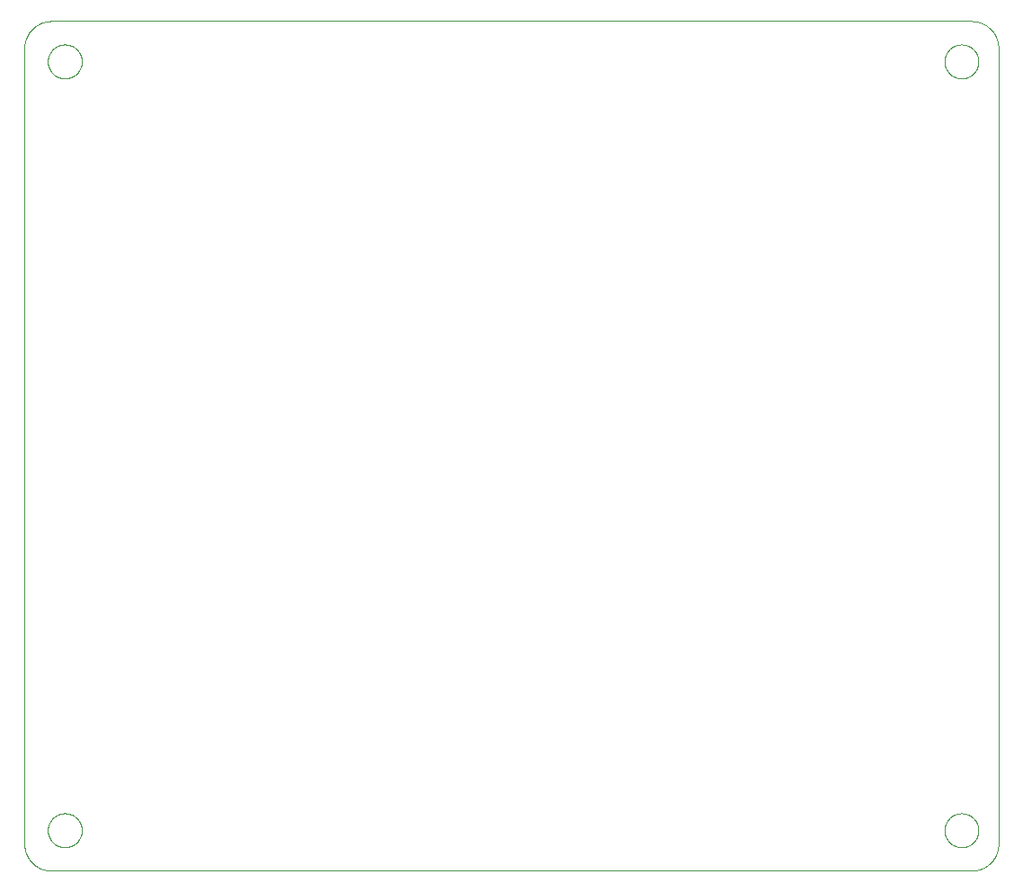
<source format=gbp>
G75*
%MOIN*%
%OFA0B0*%
%FSLAX25Y25*%
%IPPOS*%
%LPD*%
%AMOC8*
5,1,8,0,0,1.08239X$1,22.5*
%
%ADD10C,0.00000*%
D10*
X0086433Y0068933D02*
X0086433Y0363894D01*
X0086436Y0364136D01*
X0086445Y0364377D01*
X0086459Y0364618D01*
X0086480Y0364859D01*
X0086506Y0365099D01*
X0086538Y0365339D01*
X0086576Y0365578D01*
X0086619Y0365815D01*
X0086669Y0366052D01*
X0086724Y0366287D01*
X0086784Y0366521D01*
X0086851Y0366753D01*
X0086922Y0366984D01*
X0087000Y0367213D01*
X0087083Y0367440D01*
X0087171Y0367665D01*
X0087265Y0367888D01*
X0087364Y0368108D01*
X0087469Y0368326D01*
X0087578Y0368541D01*
X0087693Y0368754D01*
X0087813Y0368964D01*
X0087938Y0369170D01*
X0088068Y0369374D01*
X0088203Y0369575D01*
X0088343Y0369772D01*
X0088487Y0369966D01*
X0088636Y0370156D01*
X0088790Y0370342D01*
X0088948Y0370525D01*
X0089110Y0370704D01*
X0089277Y0370879D01*
X0089448Y0371050D01*
X0089623Y0371217D01*
X0089802Y0371379D01*
X0089985Y0371537D01*
X0090171Y0371691D01*
X0090361Y0371840D01*
X0090555Y0371984D01*
X0090752Y0372124D01*
X0090953Y0372259D01*
X0091157Y0372389D01*
X0091363Y0372514D01*
X0091573Y0372634D01*
X0091786Y0372749D01*
X0092001Y0372858D01*
X0092219Y0372963D01*
X0092439Y0373062D01*
X0092662Y0373156D01*
X0092887Y0373244D01*
X0093114Y0373327D01*
X0093343Y0373405D01*
X0093574Y0373476D01*
X0093806Y0373543D01*
X0094040Y0373603D01*
X0094275Y0373658D01*
X0094512Y0373708D01*
X0094749Y0373751D01*
X0094988Y0373789D01*
X0095228Y0373821D01*
X0095468Y0373847D01*
X0095709Y0373868D01*
X0095950Y0373882D01*
X0096191Y0373891D01*
X0096433Y0373894D01*
X0437634Y0373894D01*
X0437876Y0373891D01*
X0438117Y0373882D01*
X0438358Y0373868D01*
X0438599Y0373847D01*
X0438839Y0373821D01*
X0439079Y0373789D01*
X0439318Y0373751D01*
X0439555Y0373708D01*
X0439792Y0373658D01*
X0440027Y0373603D01*
X0440261Y0373543D01*
X0440493Y0373476D01*
X0440724Y0373405D01*
X0440953Y0373327D01*
X0441180Y0373244D01*
X0441405Y0373156D01*
X0441628Y0373062D01*
X0441848Y0372963D01*
X0442066Y0372858D01*
X0442281Y0372749D01*
X0442494Y0372634D01*
X0442704Y0372514D01*
X0442910Y0372389D01*
X0443114Y0372259D01*
X0443315Y0372124D01*
X0443512Y0371984D01*
X0443706Y0371840D01*
X0443896Y0371691D01*
X0444082Y0371537D01*
X0444265Y0371379D01*
X0444444Y0371217D01*
X0444619Y0371050D01*
X0444790Y0370879D01*
X0444957Y0370704D01*
X0445119Y0370525D01*
X0445277Y0370342D01*
X0445431Y0370156D01*
X0445580Y0369966D01*
X0445724Y0369772D01*
X0445864Y0369575D01*
X0445999Y0369374D01*
X0446129Y0369170D01*
X0446254Y0368964D01*
X0446374Y0368754D01*
X0446489Y0368541D01*
X0446598Y0368326D01*
X0446703Y0368108D01*
X0446802Y0367888D01*
X0446896Y0367665D01*
X0446984Y0367440D01*
X0447067Y0367213D01*
X0447145Y0366984D01*
X0447216Y0366753D01*
X0447283Y0366521D01*
X0447343Y0366287D01*
X0447398Y0366052D01*
X0447448Y0365815D01*
X0447491Y0365578D01*
X0447529Y0365339D01*
X0447561Y0365099D01*
X0447587Y0364859D01*
X0447608Y0364618D01*
X0447622Y0364377D01*
X0447631Y0364136D01*
X0447634Y0363894D01*
X0447634Y0068933D01*
X0447631Y0068691D01*
X0447622Y0068450D01*
X0447608Y0068209D01*
X0447587Y0067968D01*
X0447561Y0067728D01*
X0447529Y0067488D01*
X0447491Y0067249D01*
X0447448Y0067012D01*
X0447398Y0066775D01*
X0447343Y0066540D01*
X0447283Y0066306D01*
X0447216Y0066074D01*
X0447145Y0065843D01*
X0447067Y0065614D01*
X0446984Y0065387D01*
X0446896Y0065162D01*
X0446802Y0064939D01*
X0446703Y0064719D01*
X0446598Y0064501D01*
X0446489Y0064286D01*
X0446374Y0064073D01*
X0446254Y0063863D01*
X0446129Y0063657D01*
X0445999Y0063453D01*
X0445864Y0063252D01*
X0445724Y0063055D01*
X0445580Y0062861D01*
X0445431Y0062671D01*
X0445277Y0062485D01*
X0445119Y0062302D01*
X0444957Y0062123D01*
X0444790Y0061948D01*
X0444619Y0061777D01*
X0444444Y0061610D01*
X0444265Y0061448D01*
X0444082Y0061290D01*
X0443896Y0061136D01*
X0443706Y0060987D01*
X0443512Y0060843D01*
X0443315Y0060703D01*
X0443114Y0060568D01*
X0442910Y0060438D01*
X0442704Y0060313D01*
X0442494Y0060193D01*
X0442281Y0060078D01*
X0442066Y0059969D01*
X0441848Y0059864D01*
X0441628Y0059765D01*
X0441405Y0059671D01*
X0441180Y0059583D01*
X0440953Y0059500D01*
X0440724Y0059422D01*
X0440493Y0059351D01*
X0440261Y0059284D01*
X0440027Y0059224D01*
X0439792Y0059169D01*
X0439555Y0059119D01*
X0439318Y0059076D01*
X0439079Y0059038D01*
X0438839Y0059006D01*
X0438599Y0058980D01*
X0438358Y0058959D01*
X0438117Y0058945D01*
X0437876Y0058936D01*
X0437634Y0058933D01*
X0096433Y0058933D01*
X0096191Y0058936D01*
X0095950Y0058945D01*
X0095709Y0058959D01*
X0095468Y0058980D01*
X0095228Y0059006D01*
X0094988Y0059038D01*
X0094749Y0059076D01*
X0094512Y0059119D01*
X0094275Y0059169D01*
X0094040Y0059224D01*
X0093806Y0059284D01*
X0093574Y0059351D01*
X0093343Y0059422D01*
X0093114Y0059500D01*
X0092887Y0059583D01*
X0092662Y0059671D01*
X0092439Y0059765D01*
X0092219Y0059864D01*
X0092001Y0059969D01*
X0091786Y0060078D01*
X0091573Y0060193D01*
X0091363Y0060313D01*
X0091157Y0060438D01*
X0090953Y0060568D01*
X0090752Y0060703D01*
X0090555Y0060843D01*
X0090361Y0060987D01*
X0090171Y0061136D01*
X0089985Y0061290D01*
X0089802Y0061448D01*
X0089623Y0061610D01*
X0089448Y0061777D01*
X0089277Y0061948D01*
X0089110Y0062123D01*
X0088948Y0062302D01*
X0088790Y0062485D01*
X0088636Y0062671D01*
X0088487Y0062861D01*
X0088343Y0063055D01*
X0088203Y0063252D01*
X0088068Y0063453D01*
X0087938Y0063657D01*
X0087813Y0063863D01*
X0087693Y0064073D01*
X0087578Y0064286D01*
X0087469Y0064501D01*
X0087364Y0064719D01*
X0087265Y0064939D01*
X0087171Y0065162D01*
X0087083Y0065387D01*
X0087000Y0065614D01*
X0086922Y0065843D01*
X0086851Y0066074D01*
X0086784Y0066306D01*
X0086724Y0066540D01*
X0086669Y0066775D01*
X0086619Y0067012D01*
X0086576Y0067249D01*
X0086538Y0067488D01*
X0086506Y0067728D01*
X0086480Y0067968D01*
X0086459Y0068209D01*
X0086445Y0068450D01*
X0086436Y0068691D01*
X0086433Y0068933D01*
X0095134Y0073933D02*
X0095136Y0074091D01*
X0095142Y0074249D01*
X0095152Y0074407D01*
X0095166Y0074565D01*
X0095184Y0074722D01*
X0095205Y0074879D01*
X0095231Y0075035D01*
X0095261Y0075191D01*
X0095294Y0075346D01*
X0095332Y0075499D01*
X0095373Y0075652D01*
X0095418Y0075804D01*
X0095467Y0075955D01*
X0095520Y0076104D01*
X0095576Y0076252D01*
X0095636Y0076398D01*
X0095700Y0076543D01*
X0095768Y0076686D01*
X0095839Y0076828D01*
X0095913Y0076968D01*
X0095991Y0077105D01*
X0096073Y0077241D01*
X0096157Y0077375D01*
X0096246Y0077506D01*
X0096337Y0077635D01*
X0096432Y0077762D01*
X0096529Y0077887D01*
X0096630Y0078009D01*
X0096734Y0078128D01*
X0096841Y0078245D01*
X0096951Y0078359D01*
X0097064Y0078470D01*
X0097179Y0078579D01*
X0097297Y0078684D01*
X0097418Y0078786D01*
X0097541Y0078886D01*
X0097667Y0078982D01*
X0097795Y0079075D01*
X0097925Y0079165D01*
X0098058Y0079251D01*
X0098193Y0079335D01*
X0098329Y0079414D01*
X0098468Y0079491D01*
X0098609Y0079563D01*
X0098751Y0079633D01*
X0098895Y0079698D01*
X0099041Y0079760D01*
X0099188Y0079818D01*
X0099337Y0079873D01*
X0099487Y0079924D01*
X0099638Y0079971D01*
X0099790Y0080014D01*
X0099943Y0080053D01*
X0100098Y0080089D01*
X0100253Y0080120D01*
X0100409Y0080148D01*
X0100565Y0080172D01*
X0100722Y0080192D01*
X0100880Y0080208D01*
X0101037Y0080220D01*
X0101196Y0080228D01*
X0101354Y0080232D01*
X0101512Y0080232D01*
X0101670Y0080228D01*
X0101829Y0080220D01*
X0101986Y0080208D01*
X0102144Y0080192D01*
X0102301Y0080172D01*
X0102457Y0080148D01*
X0102613Y0080120D01*
X0102768Y0080089D01*
X0102923Y0080053D01*
X0103076Y0080014D01*
X0103228Y0079971D01*
X0103379Y0079924D01*
X0103529Y0079873D01*
X0103678Y0079818D01*
X0103825Y0079760D01*
X0103971Y0079698D01*
X0104115Y0079633D01*
X0104257Y0079563D01*
X0104398Y0079491D01*
X0104537Y0079414D01*
X0104673Y0079335D01*
X0104808Y0079251D01*
X0104941Y0079165D01*
X0105071Y0079075D01*
X0105199Y0078982D01*
X0105325Y0078886D01*
X0105448Y0078786D01*
X0105569Y0078684D01*
X0105687Y0078579D01*
X0105802Y0078470D01*
X0105915Y0078359D01*
X0106025Y0078245D01*
X0106132Y0078128D01*
X0106236Y0078009D01*
X0106337Y0077887D01*
X0106434Y0077762D01*
X0106529Y0077635D01*
X0106620Y0077506D01*
X0106709Y0077375D01*
X0106793Y0077241D01*
X0106875Y0077105D01*
X0106953Y0076968D01*
X0107027Y0076828D01*
X0107098Y0076686D01*
X0107166Y0076543D01*
X0107230Y0076398D01*
X0107290Y0076252D01*
X0107346Y0076104D01*
X0107399Y0075955D01*
X0107448Y0075804D01*
X0107493Y0075652D01*
X0107534Y0075499D01*
X0107572Y0075346D01*
X0107605Y0075191D01*
X0107635Y0075035D01*
X0107661Y0074879D01*
X0107682Y0074722D01*
X0107700Y0074565D01*
X0107714Y0074407D01*
X0107724Y0074249D01*
X0107730Y0074091D01*
X0107732Y0073933D01*
X0107730Y0073775D01*
X0107724Y0073617D01*
X0107714Y0073459D01*
X0107700Y0073301D01*
X0107682Y0073144D01*
X0107661Y0072987D01*
X0107635Y0072831D01*
X0107605Y0072675D01*
X0107572Y0072520D01*
X0107534Y0072367D01*
X0107493Y0072214D01*
X0107448Y0072062D01*
X0107399Y0071911D01*
X0107346Y0071762D01*
X0107290Y0071614D01*
X0107230Y0071468D01*
X0107166Y0071323D01*
X0107098Y0071180D01*
X0107027Y0071038D01*
X0106953Y0070898D01*
X0106875Y0070761D01*
X0106793Y0070625D01*
X0106709Y0070491D01*
X0106620Y0070360D01*
X0106529Y0070231D01*
X0106434Y0070104D01*
X0106337Y0069979D01*
X0106236Y0069857D01*
X0106132Y0069738D01*
X0106025Y0069621D01*
X0105915Y0069507D01*
X0105802Y0069396D01*
X0105687Y0069287D01*
X0105569Y0069182D01*
X0105448Y0069080D01*
X0105325Y0068980D01*
X0105199Y0068884D01*
X0105071Y0068791D01*
X0104941Y0068701D01*
X0104808Y0068615D01*
X0104673Y0068531D01*
X0104537Y0068452D01*
X0104398Y0068375D01*
X0104257Y0068303D01*
X0104115Y0068233D01*
X0103971Y0068168D01*
X0103825Y0068106D01*
X0103678Y0068048D01*
X0103529Y0067993D01*
X0103379Y0067942D01*
X0103228Y0067895D01*
X0103076Y0067852D01*
X0102923Y0067813D01*
X0102768Y0067777D01*
X0102613Y0067746D01*
X0102457Y0067718D01*
X0102301Y0067694D01*
X0102144Y0067674D01*
X0101986Y0067658D01*
X0101829Y0067646D01*
X0101670Y0067638D01*
X0101512Y0067634D01*
X0101354Y0067634D01*
X0101196Y0067638D01*
X0101037Y0067646D01*
X0100880Y0067658D01*
X0100722Y0067674D01*
X0100565Y0067694D01*
X0100409Y0067718D01*
X0100253Y0067746D01*
X0100098Y0067777D01*
X0099943Y0067813D01*
X0099790Y0067852D01*
X0099638Y0067895D01*
X0099487Y0067942D01*
X0099337Y0067993D01*
X0099188Y0068048D01*
X0099041Y0068106D01*
X0098895Y0068168D01*
X0098751Y0068233D01*
X0098609Y0068303D01*
X0098468Y0068375D01*
X0098329Y0068452D01*
X0098193Y0068531D01*
X0098058Y0068615D01*
X0097925Y0068701D01*
X0097795Y0068791D01*
X0097667Y0068884D01*
X0097541Y0068980D01*
X0097418Y0069080D01*
X0097297Y0069182D01*
X0097179Y0069287D01*
X0097064Y0069396D01*
X0096951Y0069507D01*
X0096841Y0069621D01*
X0096734Y0069738D01*
X0096630Y0069857D01*
X0096529Y0069979D01*
X0096432Y0070104D01*
X0096337Y0070231D01*
X0096246Y0070360D01*
X0096157Y0070491D01*
X0096073Y0070625D01*
X0095991Y0070761D01*
X0095913Y0070898D01*
X0095839Y0071038D01*
X0095768Y0071180D01*
X0095700Y0071323D01*
X0095636Y0071468D01*
X0095576Y0071614D01*
X0095520Y0071762D01*
X0095467Y0071911D01*
X0095418Y0072062D01*
X0095373Y0072214D01*
X0095332Y0072367D01*
X0095294Y0072520D01*
X0095261Y0072675D01*
X0095231Y0072831D01*
X0095205Y0072987D01*
X0095184Y0073144D01*
X0095166Y0073301D01*
X0095152Y0073459D01*
X0095142Y0073617D01*
X0095136Y0073775D01*
X0095134Y0073933D01*
X0427634Y0073933D02*
X0427636Y0074091D01*
X0427642Y0074249D01*
X0427652Y0074407D01*
X0427666Y0074565D01*
X0427684Y0074722D01*
X0427705Y0074879D01*
X0427731Y0075035D01*
X0427761Y0075191D01*
X0427794Y0075346D01*
X0427832Y0075499D01*
X0427873Y0075652D01*
X0427918Y0075804D01*
X0427967Y0075955D01*
X0428020Y0076104D01*
X0428076Y0076252D01*
X0428136Y0076398D01*
X0428200Y0076543D01*
X0428268Y0076686D01*
X0428339Y0076828D01*
X0428413Y0076968D01*
X0428491Y0077105D01*
X0428573Y0077241D01*
X0428657Y0077375D01*
X0428746Y0077506D01*
X0428837Y0077635D01*
X0428932Y0077762D01*
X0429029Y0077887D01*
X0429130Y0078009D01*
X0429234Y0078128D01*
X0429341Y0078245D01*
X0429451Y0078359D01*
X0429564Y0078470D01*
X0429679Y0078579D01*
X0429797Y0078684D01*
X0429918Y0078786D01*
X0430041Y0078886D01*
X0430167Y0078982D01*
X0430295Y0079075D01*
X0430425Y0079165D01*
X0430558Y0079251D01*
X0430693Y0079335D01*
X0430829Y0079414D01*
X0430968Y0079491D01*
X0431109Y0079563D01*
X0431251Y0079633D01*
X0431395Y0079698D01*
X0431541Y0079760D01*
X0431688Y0079818D01*
X0431837Y0079873D01*
X0431987Y0079924D01*
X0432138Y0079971D01*
X0432290Y0080014D01*
X0432443Y0080053D01*
X0432598Y0080089D01*
X0432753Y0080120D01*
X0432909Y0080148D01*
X0433065Y0080172D01*
X0433222Y0080192D01*
X0433380Y0080208D01*
X0433537Y0080220D01*
X0433696Y0080228D01*
X0433854Y0080232D01*
X0434012Y0080232D01*
X0434170Y0080228D01*
X0434329Y0080220D01*
X0434486Y0080208D01*
X0434644Y0080192D01*
X0434801Y0080172D01*
X0434957Y0080148D01*
X0435113Y0080120D01*
X0435268Y0080089D01*
X0435423Y0080053D01*
X0435576Y0080014D01*
X0435728Y0079971D01*
X0435879Y0079924D01*
X0436029Y0079873D01*
X0436178Y0079818D01*
X0436325Y0079760D01*
X0436471Y0079698D01*
X0436615Y0079633D01*
X0436757Y0079563D01*
X0436898Y0079491D01*
X0437037Y0079414D01*
X0437173Y0079335D01*
X0437308Y0079251D01*
X0437441Y0079165D01*
X0437571Y0079075D01*
X0437699Y0078982D01*
X0437825Y0078886D01*
X0437948Y0078786D01*
X0438069Y0078684D01*
X0438187Y0078579D01*
X0438302Y0078470D01*
X0438415Y0078359D01*
X0438525Y0078245D01*
X0438632Y0078128D01*
X0438736Y0078009D01*
X0438837Y0077887D01*
X0438934Y0077762D01*
X0439029Y0077635D01*
X0439120Y0077506D01*
X0439209Y0077375D01*
X0439293Y0077241D01*
X0439375Y0077105D01*
X0439453Y0076968D01*
X0439527Y0076828D01*
X0439598Y0076686D01*
X0439666Y0076543D01*
X0439730Y0076398D01*
X0439790Y0076252D01*
X0439846Y0076104D01*
X0439899Y0075955D01*
X0439948Y0075804D01*
X0439993Y0075652D01*
X0440034Y0075499D01*
X0440072Y0075346D01*
X0440105Y0075191D01*
X0440135Y0075035D01*
X0440161Y0074879D01*
X0440182Y0074722D01*
X0440200Y0074565D01*
X0440214Y0074407D01*
X0440224Y0074249D01*
X0440230Y0074091D01*
X0440232Y0073933D01*
X0440230Y0073775D01*
X0440224Y0073617D01*
X0440214Y0073459D01*
X0440200Y0073301D01*
X0440182Y0073144D01*
X0440161Y0072987D01*
X0440135Y0072831D01*
X0440105Y0072675D01*
X0440072Y0072520D01*
X0440034Y0072367D01*
X0439993Y0072214D01*
X0439948Y0072062D01*
X0439899Y0071911D01*
X0439846Y0071762D01*
X0439790Y0071614D01*
X0439730Y0071468D01*
X0439666Y0071323D01*
X0439598Y0071180D01*
X0439527Y0071038D01*
X0439453Y0070898D01*
X0439375Y0070761D01*
X0439293Y0070625D01*
X0439209Y0070491D01*
X0439120Y0070360D01*
X0439029Y0070231D01*
X0438934Y0070104D01*
X0438837Y0069979D01*
X0438736Y0069857D01*
X0438632Y0069738D01*
X0438525Y0069621D01*
X0438415Y0069507D01*
X0438302Y0069396D01*
X0438187Y0069287D01*
X0438069Y0069182D01*
X0437948Y0069080D01*
X0437825Y0068980D01*
X0437699Y0068884D01*
X0437571Y0068791D01*
X0437441Y0068701D01*
X0437308Y0068615D01*
X0437173Y0068531D01*
X0437037Y0068452D01*
X0436898Y0068375D01*
X0436757Y0068303D01*
X0436615Y0068233D01*
X0436471Y0068168D01*
X0436325Y0068106D01*
X0436178Y0068048D01*
X0436029Y0067993D01*
X0435879Y0067942D01*
X0435728Y0067895D01*
X0435576Y0067852D01*
X0435423Y0067813D01*
X0435268Y0067777D01*
X0435113Y0067746D01*
X0434957Y0067718D01*
X0434801Y0067694D01*
X0434644Y0067674D01*
X0434486Y0067658D01*
X0434329Y0067646D01*
X0434170Y0067638D01*
X0434012Y0067634D01*
X0433854Y0067634D01*
X0433696Y0067638D01*
X0433537Y0067646D01*
X0433380Y0067658D01*
X0433222Y0067674D01*
X0433065Y0067694D01*
X0432909Y0067718D01*
X0432753Y0067746D01*
X0432598Y0067777D01*
X0432443Y0067813D01*
X0432290Y0067852D01*
X0432138Y0067895D01*
X0431987Y0067942D01*
X0431837Y0067993D01*
X0431688Y0068048D01*
X0431541Y0068106D01*
X0431395Y0068168D01*
X0431251Y0068233D01*
X0431109Y0068303D01*
X0430968Y0068375D01*
X0430829Y0068452D01*
X0430693Y0068531D01*
X0430558Y0068615D01*
X0430425Y0068701D01*
X0430295Y0068791D01*
X0430167Y0068884D01*
X0430041Y0068980D01*
X0429918Y0069080D01*
X0429797Y0069182D01*
X0429679Y0069287D01*
X0429564Y0069396D01*
X0429451Y0069507D01*
X0429341Y0069621D01*
X0429234Y0069738D01*
X0429130Y0069857D01*
X0429029Y0069979D01*
X0428932Y0070104D01*
X0428837Y0070231D01*
X0428746Y0070360D01*
X0428657Y0070491D01*
X0428573Y0070625D01*
X0428491Y0070761D01*
X0428413Y0070898D01*
X0428339Y0071038D01*
X0428268Y0071180D01*
X0428200Y0071323D01*
X0428136Y0071468D01*
X0428076Y0071614D01*
X0428020Y0071762D01*
X0427967Y0071911D01*
X0427918Y0072062D01*
X0427873Y0072214D01*
X0427832Y0072367D01*
X0427794Y0072520D01*
X0427761Y0072675D01*
X0427731Y0072831D01*
X0427705Y0072987D01*
X0427684Y0073144D01*
X0427666Y0073301D01*
X0427652Y0073459D01*
X0427642Y0073617D01*
X0427636Y0073775D01*
X0427634Y0073933D01*
X0427634Y0358933D02*
X0427636Y0359091D01*
X0427642Y0359249D01*
X0427652Y0359407D01*
X0427666Y0359565D01*
X0427684Y0359722D01*
X0427705Y0359879D01*
X0427731Y0360035D01*
X0427761Y0360191D01*
X0427794Y0360346D01*
X0427832Y0360499D01*
X0427873Y0360652D01*
X0427918Y0360804D01*
X0427967Y0360955D01*
X0428020Y0361104D01*
X0428076Y0361252D01*
X0428136Y0361398D01*
X0428200Y0361543D01*
X0428268Y0361686D01*
X0428339Y0361828D01*
X0428413Y0361968D01*
X0428491Y0362105D01*
X0428573Y0362241D01*
X0428657Y0362375D01*
X0428746Y0362506D01*
X0428837Y0362635D01*
X0428932Y0362762D01*
X0429029Y0362887D01*
X0429130Y0363009D01*
X0429234Y0363128D01*
X0429341Y0363245D01*
X0429451Y0363359D01*
X0429564Y0363470D01*
X0429679Y0363579D01*
X0429797Y0363684D01*
X0429918Y0363786D01*
X0430041Y0363886D01*
X0430167Y0363982D01*
X0430295Y0364075D01*
X0430425Y0364165D01*
X0430558Y0364251D01*
X0430693Y0364335D01*
X0430829Y0364414D01*
X0430968Y0364491D01*
X0431109Y0364563D01*
X0431251Y0364633D01*
X0431395Y0364698D01*
X0431541Y0364760D01*
X0431688Y0364818D01*
X0431837Y0364873D01*
X0431987Y0364924D01*
X0432138Y0364971D01*
X0432290Y0365014D01*
X0432443Y0365053D01*
X0432598Y0365089D01*
X0432753Y0365120D01*
X0432909Y0365148D01*
X0433065Y0365172D01*
X0433222Y0365192D01*
X0433380Y0365208D01*
X0433537Y0365220D01*
X0433696Y0365228D01*
X0433854Y0365232D01*
X0434012Y0365232D01*
X0434170Y0365228D01*
X0434329Y0365220D01*
X0434486Y0365208D01*
X0434644Y0365192D01*
X0434801Y0365172D01*
X0434957Y0365148D01*
X0435113Y0365120D01*
X0435268Y0365089D01*
X0435423Y0365053D01*
X0435576Y0365014D01*
X0435728Y0364971D01*
X0435879Y0364924D01*
X0436029Y0364873D01*
X0436178Y0364818D01*
X0436325Y0364760D01*
X0436471Y0364698D01*
X0436615Y0364633D01*
X0436757Y0364563D01*
X0436898Y0364491D01*
X0437037Y0364414D01*
X0437173Y0364335D01*
X0437308Y0364251D01*
X0437441Y0364165D01*
X0437571Y0364075D01*
X0437699Y0363982D01*
X0437825Y0363886D01*
X0437948Y0363786D01*
X0438069Y0363684D01*
X0438187Y0363579D01*
X0438302Y0363470D01*
X0438415Y0363359D01*
X0438525Y0363245D01*
X0438632Y0363128D01*
X0438736Y0363009D01*
X0438837Y0362887D01*
X0438934Y0362762D01*
X0439029Y0362635D01*
X0439120Y0362506D01*
X0439209Y0362375D01*
X0439293Y0362241D01*
X0439375Y0362105D01*
X0439453Y0361968D01*
X0439527Y0361828D01*
X0439598Y0361686D01*
X0439666Y0361543D01*
X0439730Y0361398D01*
X0439790Y0361252D01*
X0439846Y0361104D01*
X0439899Y0360955D01*
X0439948Y0360804D01*
X0439993Y0360652D01*
X0440034Y0360499D01*
X0440072Y0360346D01*
X0440105Y0360191D01*
X0440135Y0360035D01*
X0440161Y0359879D01*
X0440182Y0359722D01*
X0440200Y0359565D01*
X0440214Y0359407D01*
X0440224Y0359249D01*
X0440230Y0359091D01*
X0440232Y0358933D01*
X0440230Y0358775D01*
X0440224Y0358617D01*
X0440214Y0358459D01*
X0440200Y0358301D01*
X0440182Y0358144D01*
X0440161Y0357987D01*
X0440135Y0357831D01*
X0440105Y0357675D01*
X0440072Y0357520D01*
X0440034Y0357367D01*
X0439993Y0357214D01*
X0439948Y0357062D01*
X0439899Y0356911D01*
X0439846Y0356762D01*
X0439790Y0356614D01*
X0439730Y0356468D01*
X0439666Y0356323D01*
X0439598Y0356180D01*
X0439527Y0356038D01*
X0439453Y0355898D01*
X0439375Y0355761D01*
X0439293Y0355625D01*
X0439209Y0355491D01*
X0439120Y0355360D01*
X0439029Y0355231D01*
X0438934Y0355104D01*
X0438837Y0354979D01*
X0438736Y0354857D01*
X0438632Y0354738D01*
X0438525Y0354621D01*
X0438415Y0354507D01*
X0438302Y0354396D01*
X0438187Y0354287D01*
X0438069Y0354182D01*
X0437948Y0354080D01*
X0437825Y0353980D01*
X0437699Y0353884D01*
X0437571Y0353791D01*
X0437441Y0353701D01*
X0437308Y0353615D01*
X0437173Y0353531D01*
X0437037Y0353452D01*
X0436898Y0353375D01*
X0436757Y0353303D01*
X0436615Y0353233D01*
X0436471Y0353168D01*
X0436325Y0353106D01*
X0436178Y0353048D01*
X0436029Y0352993D01*
X0435879Y0352942D01*
X0435728Y0352895D01*
X0435576Y0352852D01*
X0435423Y0352813D01*
X0435268Y0352777D01*
X0435113Y0352746D01*
X0434957Y0352718D01*
X0434801Y0352694D01*
X0434644Y0352674D01*
X0434486Y0352658D01*
X0434329Y0352646D01*
X0434170Y0352638D01*
X0434012Y0352634D01*
X0433854Y0352634D01*
X0433696Y0352638D01*
X0433537Y0352646D01*
X0433380Y0352658D01*
X0433222Y0352674D01*
X0433065Y0352694D01*
X0432909Y0352718D01*
X0432753Y0352746D01*
X0432598Y0352777D01*
X0432443Y0352813D01*
X0432290Y0352852D01*
X0432138Y0352895D01*
X0431987Y0352942D01*
X0431837Y0352993D01*
X0431688Y0353048D01*
X0431541Y0353106D01*
X0431395Y0353168D01*
X0431251Y0353233D01*
X0431109Y0353303D01*
X0430968Y0353375D01*
X0430829Y0353452D01*
X0430693Y0353531D01*
X0430558Y0353615D01*
X0430425Y0353701D01*
X0430295Y0353791D01*
X0430167Y0353884D01*
X0430041Y0353980D01*
X0429918Y0354080D01*
X0429797Y0354182D01*
X0429679Y0354287D01*
X0429564Y0354396D01*
X0429451Y0354507D01*
X0429341Y0354621D01*
X0429234Y0354738D01*
X0429130Y0354857D01*
X0429029Y0354979D01*
X0428932Y0355104D01*
X0428837Y0355231D01*
X0428746Y0355360D01*
X0428657Y0355491D01*
X0428573Y0355625D01*
X0428491Y0355761D01*
X0428413Y0355898D01*
X0428339Y0356038D01*
X0428268Y0356180D01*
X0428200Y0356323D01*
X0428136Y0356468D01*
X0428076Y0356614D01*
X0428020Y0356762D01*
X0427967Y0356911D01*
X0427918Y0357062D01*
X0427873Y0357214D01*
X0427832Y0357367D01*
X0427794Y0357520D01*
X0427761Y0357675D01*
X0427731Y0357831D01*
X0427705Y0357987D01*
X0427684Y0358144D01*
X0427666Y0358301D01*
X0427652Y0358459D01*
X0427642Y0358617D01*
X0427636Y0358775D01*
X0427634Y0358933D01*
X0095134Y0358933D02*
X0095136Y0359091D01*
X0095142Y0359249D01*
X0095152Y0359407D01*
X0095166Y0359565D01*
X0095184Y0359722D01*
X0095205Y0359879D01*
X0095231Y0360035D01*
X0095261Y0360191D01*
X0095294Y0360346D01*
X0095332Y0360499D01*
X0095373Y0360652D01*
X0095418Y0360804D01*
X0095467Y0360955D01*
X0095520Y0361104D01*
X0095576Y0361252D01*
X0095636Y0361398D01*
X0095700Y0361543D01*
X0095768Y0361686D01*
X0095839Y0361828D01*
X0095913Y0361968D01*
X0095991Y0362105D01*
X0096073Y0362241D01*
X0096157Y0362375D01*
X0096246Y0362506D01*
X0096337Y0362635D01*
X0096432Y0362762D01*
X0096529Y0362887D01*
X0096630Y0363009D01*
X0096734Y0363128D01*
X0096841Y0363245D01*
X0096951Y0363359D01*
X0097064Y0363470D01*
X0097179Y0363579D01*
X0097297Y0363684D01*
X0097418Y0363786D01*
X0097541Y0363886D01*
X0097667Y0363982D01*
X0097795Y0364075D01*
X0097925Y0364165D01*
X0098058Y0364251D01*
X0098193Y0364335D01*
X0098329Y0364414D01*
X0098468Y0364491D01*
X0098609Y0364563D01*
X0098751Y0364633D01*
X0098895Y0364698D01*
X0099041Y0364760D01*
X0099188Y0364818D01*
X0099337Y0364873D01*
X0099487Y0364924D01*
X0099638Y0364971D01*
X0099790Y0365014D01*
X0099943Y0365053D01*
X0100098Y0365089D01*
X0100253Y0365120D01*
X0100409Y0365148D01*
X0100565Y0365172D01*
X0100722Y0365192D01*
X0100880Y0365208D01*
X0101037Y0365220D01*
X0101196Y0365228D01*
X0101354Y0365232D01*
X0101512Y0365232D01*
X0101670Y0365228D01*
X0101829Y0365220D01*
X0101986Y0365208D01*
X0102144Y0365192D01*
X0102301Y0365172D01*
X0102457Y0365148D01*
X0102613Y0365120D01*
X0102768Y0365089D01*
X0102923Y0365053D01*
X0103076Y0365014D01*
X0103228Y0364971D01*
X0103379Y0364924D01*
X0103529Y0364873D01*
X0103678Y0364818D01*
X0103825Y0364760D01*
X0103971Y0364698D01*
X0104115Y0364633D01*
X0104257Y0364563D01*
X0104398Y0364491D01*
X0104537Y0364414D01*
X0104673Y0364335D01*
X0104808Y0364251D01*
X0104941Y0364165D01*
X0105071Y0364075D01*
X0105199Y0363982D01*
X0105325Y0363886D01*
X0105448Y0363786D01*
X0105569Y0363684D01*
X0105687Y0363579D01*
X0105802Y0363470D01*
X0105915Y0363359D01*
X0106025Y0363245D01*
X0106132Y0363128D01*
X0106236Y0363009D01*
X0106337Y0362887D01*
X0106434Y0362762D01*
X0106529Y0362635D01*
X0106620Y0362506D01*
X0106709Y0362375D01*
X0106793Y0362241D01*
X0106875Y0362105D01*
X0106953Y0361968D01*
X0107027Y0361828D01*
X0107098Y0361686D01*
X0107166Y0361543D01*
X0107230Y0361398D01*
X0107290Y0361252D01*
X0107346Y0361104D01*
X0107399Y0360955D01*
X0107448Y0360804D01*
X0107493Y0360652D01*
X0107534Y0360499D01*
X0107572Y0360346D01*
X0107605Y0360191D01*
X0107635Y0360035D01*
X0107661Y0359879D01*
X0107682Y0359722D01*
X0107700Y0359565D01*
X0107714Y0359407D01*
X0107724Y0359249D01*
X0107730Y0359091D01*
X0107732Y0358933D01*
X0107730Y0358775D01*
X0107724Y0358617D01*
X0107714Y0358459D01*
X0107700Y0358301D01*
X0107682Y0358144D01*
X0107661Y0357987D01*
X0107635Y0357831D01*
X0107605Y0357675D01*
X0107572Y0357520D01*
X0107534Y0357367D01*
X0107493Y0357214D01*
X0107448Y0357062D01*
X0107399Y0356911D01*
X0107346Y0356762D01*
X0107290Y0356614D01*
X0107230Y0356468D01*
X0107166Y0356323D01*
X0107098Y0356180D01*
X0107027Y0356038D01*
X0106953Y0355898D01*
X0106875Y0355761D01*
X0106793Y0355625D01*
X0106709Y0355491D01*
X0106620Y0355360D01*
X0106529Y0355231D01*
X0106434Y0355104D01*
X0106337Y0354979D01*
X0106236Y0354857D01*
X0106132Y0354738D01*
X0106025Y0354621D01*
X0105915Y0354507D01*
X0105802Y0354396D01*
X0105687Y0354287D01*
X0105569Y0354182D01*
X0105448Y0354080D01*
X0105325Y0353980D01*
X0105199Y0353884D01*
X0105071Y0353791D01*
X0104941Y0353701D01*
X0104808Y0353615D01*
X0104673Y0353531D01*
X0104537Y0353452D01*
X0104398Y0353375D01*
X0104257Y0353303D01*
X0104115Y0353233D01*
X0103971Y0353168D01*
X0103825Y0353106D01*
X0103678Y0353048D01*
X0103529Y0352993D01*
X0103379Y0352942D01*
X0103228Y0352895D01*
X0103076Y0352852D01*
X0102923Y0352813D01*
X0102768Y0352777D01*
X0102613Y0352746D01*
X0102457Y0352718D01*
X0102301Y0352694D01*
X0102144Y0352674D01*
X0101986Y0352658D01*
X0101829Y0352646D01*
X0101670Y0352638D01*
X0101512Y0352634D01*
X0101354Y0352634D01*
X0101196Y0352638D01*
X0101037Y0352646D01*
X0100880Y0352658D01*
X0100722Y0352674D01*
X0100565Y0352694D01*
X0100409Y0352718D01*
X0100253Y0352746D01*
X0100098Y0352777D01*
X0099943Y0352813D01*
X0099790Y0352852D01*
X0099638Y0352895D01*
X0099487Y0352942D01*
X0099337Y0352993D01*
X0099188Y0353048D01*
X0099041Y0353106D01*
X0098895Y0353168D01*
X0098751Y0353233D01*
X0098609Y0353303D01*
X0098468Y0353375D01*
X0098329Y0353452D01*
X0098193Y0353531D01*
X0098058Y0353615D01*
X0097925Y0353701D01*
X0097795Y0353791D01*
X0097667Y0353884D01*
X0097541Y0353980D01*
X0097418Y0354080D01*
X0097297Y0354182D01*
X0097179Y0354287D01*
X0097064Y0354396D01*
X0096951Y0354507D01*
X0096841Y0354621D01*
X0096734Y0354738D01*
X0096630Y0354857D01*
X0096529Y0354979D01*
X0096432Y0355104D01*
X0096337Y0355231D01*
X0096246Y0355360D01*
X0096157Y0355491D01*
X0096073Y0355625D01*
X0095991Y0355761D01*
X0095913Y0355898D01*
X0095839Y0356038D01*
X0095768Y0356180D01*
X0095700Y0356323D01*
X0095636Y0356468D01*
X0095576Y0356614D01*
X0095520Y0356762D01*
X0095467Y0356911D01*
X0095418Y0357062D01*
X0095373Y0357214D01*
X0095332Y0357367D01*
X0095294Y0357520D01*
X0095261Y0357675D01*
X0095231Y0357831D01*
X0095205Y0357987D01*
X0095184Y0358144D01*
X0095166Y0358301D01*
X0095152Y0358459D01*
X0095142Y0358617D01*
X0095136Y0358775D01*
X0095134Y0358933D01*
M02*

</source>
